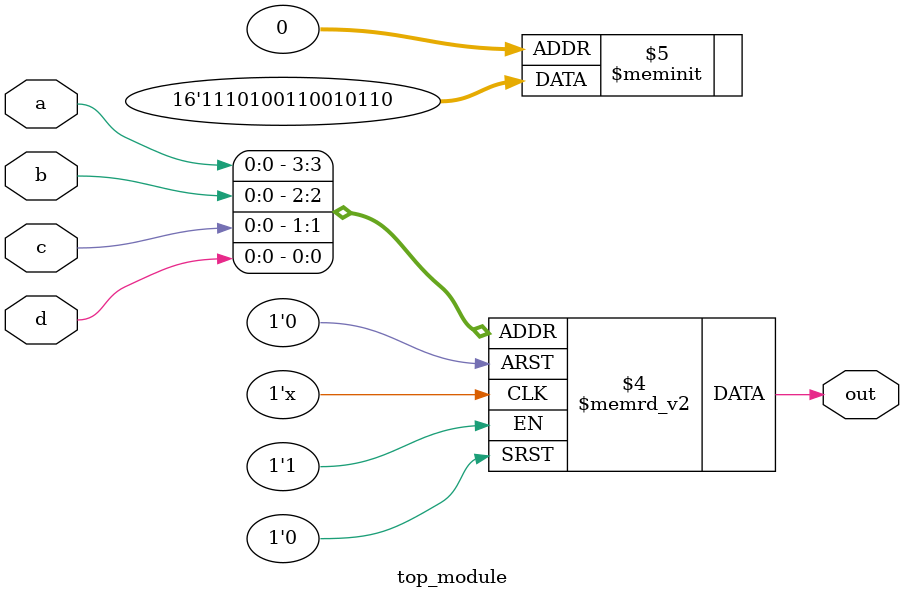
<source format=sv>
module top_module (
    input a,
    input b,
    input c,
    input d,
    output reg out
);

always @(*) begin
    case ({a, b, c, d})
        4'b0000: out = 1'b0;
        4'b0001: out = 1'b1;
        4'b0010: out = 1'b1;
        4'b0011: out = 1'b0;
        4'b0100: out = 1'b1;
        4'b0101: out = 1'b0;
        4'b0110: out = 1'b0;
        4'b0111: out = 1'b1;
        4'b1000: out = 1'b1;
        4'b1001: out = 1'b0;
        4'b1010: out = 1'b0;
        4'b1011: out = 1'b1;
        4'b1100: out = 1'b0;
        4'b1101: out = 1'b1;
        4'b1110: out = 1'b1;
        4'b1111: out = 1'b1;
        default: out = 1'bx;
    endcase
end

endmodule

</source>
